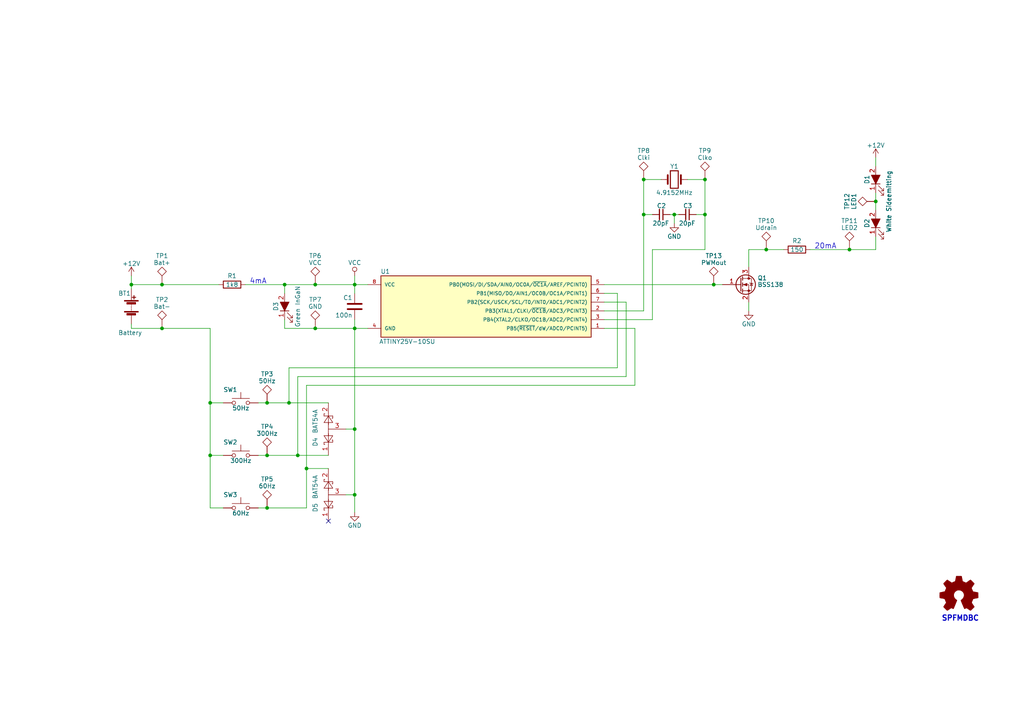
<source format=kicad_sch>
(kicad_sch (version 20231120) (generator "eeschema") (generator_version "8.0")
  (paper "A4")
  (title_block (title "Strobe-Torch") (date "2024-12-30") (rev "1.1") (company "Public Domain Project"))
  (lib_symbols
    (symbol "strobe-torch-rescue:+12V" (power) (pin_names (offset 0))
      (property "Value" "+12V" (at 0 3.556 0))
      (symbol "+12V_0_1"
        (polyline (pts (xy -0.762 1.27) (xy 0 2.54)))
        (polyline (pts (xy 0 0) (xy 0 2.54)))
        (polyline (pts (xy 0 2.54) (xy 0.762 1.27)))
      )
      (symbol "+12V_1_1"
        (pin power_in line (at 0 0 90) (length 0) hide (name "+12V") (number "1"))
      )
    )
    (symbol "strobe-torch-rescue:ATTINY25-20SU" (pin_names (offset 1.016))
      (property "Reference" "U" (at -29.21 10.16 0))
      (property "Value" "ATTINY25-20SU" (at 25.4 -10.16 0))
      (symbol "ATTINY25-20SU_0_1"
        (rectangle (start -30.48 8.89) (end 30.48 -8.89) (stroke (width 0.254)) (fill (type background)))
      )
      (symbol "ATTINY25-20SU_1_1"
        (pin bidirectional line (at -34.29 -6.35 0) (length 3.81) (name "PB5(~{RESET}/dW/ADC0/PCINT5)") (number "1"))
        (pin bidirectional line (at -34.29 -1.27 0) (length 3.81) (name "PB3(XTAL1/CLKI/~{OC1B}/ADC3/PCINT3)") (number "2"))
        (pin bidirectional line (at -34.29 -3.81 0) (length 3.81) (name "PB4(XTAL2/CLKO/OC1B/ADC2/PCINT4)") (number "3"))
        (pin power_in line (at 34.29 -6.35 180) (length 3.81) (name "GND") (number "4"))
        (pin bidirectional line (at -34.29 6.35 0) (length 3.81) (name "PB0(MOSI/DI/SDA/AIN0/OC0A/~{OC1A}/AREF/PCINT0)") (number "5"))
        (pin bidirectional line (at -34.29 3.81 0) (length 3.81) (name "PB1(MISO/DO/AIN1/OC0B/OC1A/PCINT1)") (number "6"))
        (pin bidirectional line (at -34.29 1.27 0) (length 3.81) (name "PB2(SCK/USCK/SCL/T0/INT0/ADC1/PCINT2)") (number "7"))
        (pin power_in line (at 34.29 6.35 180) (length 3.81) (name "VCC") (number "8"))
      )
    )
    (symbol "strobe-torch-rescue:BAT54A" (pin_names (offset 1.016))
      (property "Reference" "D" (at 0.635 -3.81 0))
      (property "Value" "BAT54A" (at -6.35 3.175 0))
      (symbol "BAT54A_0_1"
        (polyline (pts (xy -4.445 1.27) (xy -4.445 1.016)))
        (polyline (pts (xy -3.81 -1.27) (xy -3.81 1.27)))
        (polyline (pts (xy -3.81 -1.27) (xy -3.175 -1.27)))
        (polyline (pts (xy -3.81 0) (xy -1.27 0)))
        (polyline (pts (xy -3.81 1.27) (xy -4.445 1.27)))
        (polyline (pts (xy -3.175 -1.27) (xy -3.175 -1.016)))
        (polyline (pts (xy -1.905 0) (xy 1.905 0)))
        (polyline (pts (xy 1.27 0) (xy 3.81 0)))
        (polyline (pts (xy 3.175 -1.27) (xy 3.175 -1.016)))
        (polyline (pts (xy 3.81 -1.27) (xy 3.175 -1.27)))
        (polyline (pts (xy 3.81 -1.27) (xy 3.81 1.27)))
        (polyline (pts (xy 3.81 1.27) (xy 4.445 1.27)))
        (polyline (pts (xy 4.445 1.27) (xy 4.445 1.016)))
        (polyline (pts (xy -1.905 1.27) (xy -1.905 -1.27) (xy -3.81 0) (xy -1.905 1.27)))
        (polyline (pts (xy 1.905 1.27) (xy 1.905 -1.27) (xy 3.81 0) (xy 1.905 1.27)))
      )
      (symbol "BAT54A_1_1"
        (pin passive line (at -7.62 0 0) (length 3.81) (name "~") (number "1"))
        (pin passive line (at 7.62 0 180) (length 3.81) (name "~") (number "2"))
        (pin passive line (at 0 -5.08 90) (length 5.08) (name "~") (number "3"))
      )
    )
    (symbol "strobe-torch-rescue:BSS138" (pin_names (offset 0) hide)
      (property "Reference" "Q" (at 5.08 1.905 0))
      (property "Value" "BSS138" (at 5.08 0 0))
      (symbol "BSS138_0_1"
        (polyline (pts (xy 0.762 -1.778) (xy 2.54 -1.778)))
        (polyline (pts (xy 0.762 -1.27) (xy 0.762 -2.286)) (stroke (width 0.254)))
        (polyline (pts (xy 0.762 0) (xy 2.54 0)))
        (polyline (pts (xy 0.762 0.508) (xy 0.762 -0.508)) (stroke (width 0.254)))
        (polyline (pts (xy 0.762 1.778) (xy 2.54 1.778)))
        (polyline (pts (xy 0.762 2.286) (xy 0.762 1.27)) (stroke (width 0.254)))
        (polyline (pts (xy 2.54 -1.778) (xy 2.54 -2.54)))
        (polyline (pts (xy 2.54 -1.778) (xy 2.54 0)))
        (polyline (pts (xy 2.54 2.54) (xy 2.54 1.778)))
        (polyline (pts (xy 0.254 1.905) (xy 0.254 -1.905) (xy 0.254 -1.905)) (stroke (width 0.254)))
        (polyline (pts (xy 1.016 0) (xy 2.032 0.381) (xy 2.032 -0.381) (xy 1.016 0)) (fill (type outline)))
        (polyline (pts (xy 2.54 -1.778) (xy 3.302 -1.778) (xy 3.302 1.778) (xy 2.54 1.778)))
        (polyline (pts (xy 2.794 0.508) (xy 2.921 0.381) (xy 3.683 0.381) (xy 3.81 0.254)))
        (polyline (pts (xy 3.302 0.381) (xy 2.921 -0.254) (xy 3.683 -0.254) (xy 3.302 0.381)))
        (circle (center 1.651 0) (radius 2.8194) (stroke (width 0.254)))
        (circle (center 2.54 -1.778) (radius 0.2794) (fill (type outline)))
        (circle (center 2.54 1.778) (radius 0.2794) (fill (type outline)))
      )
      (symbol "BSS138_1_1"
        (pin input line (at -5.08 0 0) (length 5.334) (name "G") (number "1"))
        (pin passive line (at 2.54 -5.08 90) (length 2.54) (name "S") (number "2"))
        (pin passive line (at 2.54 5.08 270) (length 2.54) (name "D") (number "3"))
      )
    )
    (symbol "strobe-torch-rescue:Battery" (pin_numbers hide) (pin_names (offset 0) hide)
      (property "Reference" "BT" (at 2.54 2.54 0))
      (property "Value" "Battery" (at 2.54 0 0))
      (symbol "Battery_0_1"
        (rectangle (start -2.032 -1.397) (end 2.032 -1.651) (fill (type outline)))
        (rectangle (start -2.032 1.778) (end 2.032 1.524) (fill (type outline)))
        (rectangle (start -1.3208 -1.9812) (end 1.27 -2.4892) (fill (type outline)))
        (rectangle (start -1.3208 1.1938) (end 1.27 0.6858) (fill (type outline)))
        (polyline (pts (xy 0 -1.524) (xy 0 -1.27)))
        (polyline (pts (xy 0 -1.016) (xy 0 -0.762)))
        (polyline (pts (xy 0 -0.508) (xy 0 -0.254)))
        (polyline (pts (xy 0 0) (xy 0 0.254)))
        (polyline (pts (xy 0 0.508) (xy 0 0.762)))
        (polyline (pts (xy 0 1.778) (xy 0 2.54)))
        (polyline (pts (xy 0.254 2.667) (xy 1.27 2.667)) (stroke (width 0.254)))
        (polyline (pts (xy 0.762 3.175) (xy 0.762 2.159)) (stroke (width 0.254)))
      )
      (symbol "Battery_1_1"
        (pin passive line (at 0 5.08 270) (length 2.54) (name "+") (number "1"))
        (pin passive line (at 0 -5.08 90) (length 2.54) (name "-") (number "2"))
      )
    )
    (symbol "strobe-torch-rescue:C" (pin_numbers hide) (pin_names (offset 0.254))
      (property "Reference" "C" (at 0.635 2.54 0))
      (property "Value" "C" (at 0.635 -2.54 0))
      (symbol "C_0_1"
        (polyline (pts (xy -2.032 -0.762) (xy 2.032 -0.762)) (stroke (width 0.508)))
        (polyline (pts (xy -2.032 0.762) (xy 2.032 0.762)) (stroke (width 0.508)))
      )
      (symbol "C_1_1"
        (pin passive line (at 0 3.81 270) (length 2.794) (name "~") (number "1"))
        (pin passive line (at 0 -3.81 90) (length 2.794) (name "~") (number "2"))
      )
    )
    (symbol "strobe-torch-rescue:C_Small" (pin_numbers hide) (pin_names (offset 0.254) hide)
      (property "Reference" "C" (at 0.254 1.778 0))
      (property "Value" "C_Small" (at 0.254 -2.032 0))
      (symbol "C_Small_0_1"
        (polyline (pts (xy -1.524 -0.508) (xy 1.524 -0.508)) (stroke (width 0.3302)))
        (polyline (pts (xy -1.524 0.508) (xy 1.524 0.508)) (stroke (width 0.3048)))
      )
      (symbol "C_Small_1_1"
        (pin passive line (at 0 2.54 270) (length 2.032) (name "~") (number "1"))
        (pin passive line (at 0 -2.54 90) (length 2.032) (name "~") (number "2"))
      )
    )
    (symbol "strobe-torch-rescue:Crystal" (pin_numbers hide) (pin_names (offset 1.016) hide)
      (property "Reference" "Y" (at 0 3.81 0))
      (property "Value" "Crystal" (at 0 -3.81 0))
      (symbol "Crystal_0_1"
        (rectangle (start -1.143 2.54) (end 1.143 -2.54) (stroke (width 0.3048)))
        (polyline (pts (xy -2.54 0) (xy -1.905 0)))
        (polyline (pts (xy -1.905 -1.27) (xy -1.905 1.27)) (stroke (width 0.508)))
        (polyline (pts (xy 1.905 -1.27) (xy 1.905 1.27)) (stroke (width 0.508)))
        (polyline (pts (xy 2.54 0) (xy 1.905 0)))
      )
      (symbol "Crystal_1_1"
        (pin passive line (at -3.81 0 0) (length 1.27) (name "1") (number "1"))
        (pin passive line (at 3.81 0 180) (length 1.27) (name "2") (number "2"))
      )
    )
    (symbol "strobe-torch-rescue:GND" (power) (pin_names (offset 0))
      (property "Value" "GND" (at 0 -3.81 0))
      (symbol "GND_0_1"
        (polyline (pts (xy 0 0) (xy 0 -1.27) (xy 1.27 -1.27) (xy 0 -2.54) (xy -1.27 -1.27) (xy 0 -1.27)))
      )
      (symbol "GND_1_1"
        (pin power_in line (at 0 0 270) (length 0) hide (name "GND") (number "1"))
      )
    )
    (symbol "strobe-torch-rescue:LED_ALT" (pin_names (offset 1.016) hide)
      (property "Reference" "D" (at 0 2.54 0))
      (property "Value" "LED_ALT" (at 0 -2.54 0))
      (symbol "LED_ALT_0_1"
        (polyline (pts (xy -1.27 -1.27) (xy -1.27 1.27)) (stroke (width 0.2032)))
        (polyline (pts (xy -1.27 0) (xy 1.27 0)))
        (polyline (pts (xy 1.27 -1.27) (xy 1.27 1.27) (xy -1.27 0) (xy 1.27 -1.27)) (stroke (width 0.2032)) (fill (type outline)))
        (polyline (pts (xy -3.048 -0.762) (xy -4.572 -2.286) (xy -3.81 -2.286) (xy -4.572 -2.286) (xy -4.572 -1.524)))
        (polyline (pts (xy -1.778 -0.762) (xy -3.302 -2.286) (xy -2.54 -2.286) (xy -3.302 -2.286) (xy -3.302 -1.524)))
      )
      (symbol "LED_ALT_1_1"
        (pin passive line (at -3.81 0 0) (length 2.54) (name "K") (number "1"))
        (pin passive line (at 3.81 0 180) (length 2.54) (name "A") (number "2"))
      )
    )
    (symbol "strobe-torch-rescue:Logo_Open_Hardware_Small" (pin_names (offset 1.016))
      (symbol "Logo_Open_Hardware_Small_0_1"
        (polyline (pts (xy 3.3528 -4.3434) (xy 3.302 -4.318) (xy 3.175 -4.2418) (xy 2.9972 -4.1148) (xy 2.7686 -3.9624) (xy 2.54 -3.81) (xy 2.3622 -3.7084) (xy 2.2352 -3.6068) (xy 2.1844 -3.5814) (xy 2.159 -3.6068) (xy 2.0574 -3.6576) (xy 1.905 -3.7338) (xy 1.8034 -3.7846) (xy 1.6764 -3.8354) (xy 1.6002 -3.8354) (xy 1.6002 -3.8354) (xy 1.5494 -3.7338) (xy 1.4732 -3.5306) (xy 1.3462 -3.302) (xy 1.2446 -3.0226) (xy 1.1176 -2.7178) (xy 0.9652 -2.413) (xy 0.8636 -2.1082) (xy 0.7366 -1.8288) (xy 0.6604 -1.6256) (xy 0.6096 -1.4732) (xy 0.5842 -1.397) (xy 0.5842 -1.397) (xy 0.6604 -1.3208) (xy 0.7874 -1.2446) (xy 1.0414 -1.016) (xy 1.2954 -0.6858) (xy 1.4478 -0.3302) (xy 1.524 0.0762) (xy 1.4732 0.4572) (xy 1.3208 0.8128) (xy 1.0668 1.143) (xy 0.762 1.3716) (xy 0.4064 1.524) (xy 0 1.5748) (xy -0.381 1.5494) (xy -0.7366 1.397) (xy -1.0668 1.143) (xy -1.2192 0.9906) (xy -1.397 0.6604) (xy -1.524 0.3048) (xy -1.524 0.2286) (xy -1.4986 -0.1778) (xy -1.397 -0.5334) (xy -1.1938 -0.8636) (xy -0.9144 -1.143) (xy -0.8636 -1.1684) (xy -0.7366 -1.27) (xy -0.635 -1.3462) (xy -0.5842 -1.397) (xy -1.0668 -2.5908) (xy -1.143 -2.794) (xy -1.2954 -3.1242) (xy -1.397 -3.4036) (xy -1.4986 -3.6322) (xy -1.5748 -3.7846) (xy -1.6002 -3.8354) (xy -1.6002 -3.8354) (xy -1.651 -3.8354) (xy -1.7272 -3.81) (xy -1.905 -3.7338) (xy -2.0066 -3.683) (xy -2.1336 -3.6068) (xy -2.2098 -3.5814) (xy -2.2606 -3.6068) (xy -2.3622 -3.683) (xy -2.54 -3.81) (xy -2.7686 -3.9624) (xy -2.9718 -4.0894) (xy -3.1496 -4.2164) (xy -3.302 -4.318) (xy -3.3528 -4.3434) (xy -3.3782 -4.3434) (xy -3.429 -4.318) (xy -3.5306 -4.2164) (xy -3.7084 -4.064) (xy -3.937 -3.8354) (xy -3.9624 -3.81) (xy -4.1656 -3.6068) (xy -4.318 -3.4544) (xy -4.4196 -3.3274) (xy -4.445 -3.2766) (xy -4.445 -3.2766) (xy -4.4196 -3.2258) (xy -4.318 -3.0734) (xy -4.2164 -2.8956) (xy -4.064 -2.667) (xy -3.6576 -2.0828) (xy -3.8862 -1.5494) (xy -3.937 -1.3716) (xy -4.0386 -1.1684) (xy -4.0894 -1.0414) (xy -4.1148 -0.9652) (xy -4.191 -0.9398) (xy -4.318 -0.9144) (xy -4.5466 -0.8636) (xy -4.8006 -0.8128) (xy -5.0546 -0.7874) (xy -5.2578 -0.7366) (xy -5.4356 -0.7112) (xy -5.5118 -0.6858) (xy -5.5118 -0.6858) (xy -5.5372 -0.635) (xy -5.5372 -0.5588) (xy -5.5372 -0.4318) (xy -5.5626 -0.2286) (xy -5.5626 0.0762) (xy -5.5626 0.127) (xy -5.5372 0.4064) (xy -5.5372 0.635) (xy -5.5372 0.762) (xy -5.5372 0.8382) (xy -5.5372 0.8382) (xy -5.461 0.8382) (xy -5.3086 0.889) (xy -5.08 0.9144) (xy -4.826 0.9652) (xy -4.8006 0.9906) (xy -4.5466 1.0414) (xy -4.318 1.0668) (xy -4.1656 1.1176) (xy -4.0894 1.143) (xy -4.0894 1.143) (xy -4.0386 1.2446) (xy -3.9624 1.4224) (xy -3.8608 1.6256) (xy -3.7846 1.8288) (xy -3.7084 2.0066) (xy -3.6576 2.159) (xy -3.6322 2.2098) (xy -3.6322 2.2098) (xy -3.683 2.286) (xy -3.7592 2.413) (xy -3.8862 2.5908) (xy -4.064 2.8194) (xy -4.064 2.8448) (xy -4.2164 3.0734) (xy -4.3434 3.2512) (xy -4.4196 3.3782) (xy -4.445 3.4544) (xy -4.445 3.4544) (xy -4.3942 3.5052) (xy -4.2926 3.6322) (xy -4.1148 3.81) (xy -3.937 4.0132) (xy -3.8608 4.064) (xy -3.6576 4.2926) (xy -3.5052 4.4196) (xy -3.4036 4.4958) (xy -3.3528 4.5212) (xy -3.3528 4.5212) (xy -3.302 4.4704) (xy -3.1496 4.3688) (xy -2.9718 4.2418) (xy -2.7432 4.0894) (xy -2.7178 4.0894) (xy -2.4892 3.937) (xy -2.3114 3.81) (xy -2.1844 3.7084) (xy -2.1336 3.683) (xy -2.1082 3.683) (xy -2.032 3.7084) (xy -1.8542 3.7592) (xy -1.6764 3.8354) (xy -1.4732 3.937) (xy -1.27 4.0132) (xy -1.143 4.064) (xy -1.0668 4.1148) (xy -1.0668 4.1148) (xy -1.0414 4.191) (xy -1.016 4.3434) (xy -0.9652 4.572) (xy -0.9144 4.8514) (xy -0.889 4.9022) (xy -0.8382 5.1562) (xy -0.8128 5.3848) (xy -0.7874 5.5372) (xy -0.762 5.588) (xy -0.7112 5.6134) (xy -0.5842 5.6134) (xy -0.4064 5.6134) (xy -0.1524 5.6134) (xy 0.0762 5.6134) (xy 0.3302 5.6134) (xy 0.5334 5.6134) (xy 0.6858 5.588) (xy 0.7366 5.588) (xy 0.7366 5.588) (xy 0.762 5.5118) (xy 0.8128 5.334) (xy 0.8382 5.1054) (xy 0.9144 4.826) (xy 0.9144 4.7752) (xy 0.9652 4.5212) (xy 1.016 4.2926) (xy 1.0414 4.1402) (xy 1.0668 4.0894) (xy 1.0668 4.0894) (xy 1.1938 4.0386) (xy 1.3716 3.9624) (xy 1.5748 3.8608) (xy 2.0828 3.6576) (xy 2.7178 4.0894) (xy 2.7686 4.1402) (xy 2.9972 4.2926) (xy 3.175 4.4196) (xy 3.302 4.4958) (xy 3.3782 4.5212) (xy 3.3782 4.5212) (xy 3.429 4.4704) (xy 3.556 4.3434) (xy 3.7338 4.191) (xy 3.9116 3.9878) (xy 4.064 3.8354) (xy 4.2418 3.6576) (xy 4.3434 3.556) (xy 4.4196 3.4798) (xy 4.4196 3.429) (xy 4.4196 3.4036) (xy 4.3942 3.3274) (xy 4.2926 3.2004) (xy 4.1656 2.9972) (xy 4.0132 2.794) (xy 3.8862 2.5908) (xy 3.7592 2.3876) (xy 3.6576 2.2352) (xy 3.6322 2.159) (xy 3.6322 2.1336) (xy 3.683 2.0066) (xy 3.7592 1.8288) (xy 3.8608 1.6002) (xy 4.064 1.1176) (xy 4.3942 1.0414) (xy 4.5974 1.016) (xy 4.8768 0.9652) (xy 5.1308 0.9144) (xy 5.5372 0.8382) (xy 5.5626 -0.6604) (xy 5.4864 -0.6858) (xy 5.4356 -0.6858) (xy 5.2832 -0.7366) (xy 5.0546 -0.762) (xy 4.8006 -0.8128) (xy 4.5974 -0.8636) (xy 4.3688 -0.9144) (xy 4.2164 -0.9398) (xy 4.1402 -0.9398) (xy 4.1148 -0.9652) (xy 4.064 -1.0668) (xy 3.9878 -1.2446) (xy 3.9116 -1.4478) (xy 3.81 -1.651) (xy 3.7338 -1.8542) (xy 3.683 -2.0066) (xy 3.6576 -2.0828) (xy 3.683 -2.1336) (xy 3.7846 -2.2606) (xy 3.8862 -2.4638) (xy 4.0386 -2.667) (xy 4.191 -2.8956) (xy 4.318 -3.0734) (xy 4.3942 -3.2004) (xy 4.445 -3.2766) (xy 4.4196 -3.3274) (xy 4.3434 -3.429) (xy 4.1656 -3.5814) (xy 3.937 -3.8354) (xy 3.8862 -3.8608) (xy 3.683 -4.064) (xy 3.5306 -4.2164) (xy 3.4036 -4.318) (xy 3.3528 -4.3434)) (fill (type outline)))
      )
    )
    (symbol "strobe-torch-rescue:R" (pin_numbers hide) (pin_names (offset 0))
      (property "Reference" "R" (at 2.032 0 90))
      (property "Value" "R" (at 0 0 90))
      (symbol "R_0_1"
        (rectangle (start -1.016 -2.54) (end 1.016 2.54) (stroke (width 0.254)))
      )
      (symbol "R_1_1"
        (pin passive line (at 0 3.81 270) (length 1.27) (name "~") (number "1"))
        (pin passive line (at 0 -3.81 90) (length 1.27) (name "~") (number "2"))
      )
    )
    (symbol "strobe-torch-rescue:SW_Push" (pin_numbers hide) (pin_names (offset 1.016) hide)
      (property "Reference" "SW" (at 1.27 2.54 0))
      (property "Value" "SW_Push" (at 0 -1.524 0))
      (symbol "SW_Push_0_1"
        (circle (center -2.032 0) (radius 0.508))
        (polyline (pts (xy 0 1.27) (xy 0 3.048)))
        (polyline (pts (xy 2.54 1.27) (xy -2.54 1.27)))
        (circle (center 2.032 0) (radius 0.508))
        (pin passive line (at -5.08 0 0) (length 2.54) (name "1") (number "1"))
        (pin passive line (at 5.08 0 180) (length 2.54) (name "2") (number "2"))
      )
    )
    (symbol "strobe-torch-rescue:TEST" (pin_numbers hide) (pin_names (offset 1.016) hide)
      (property "Reference" "TP" (at 0 7.62 0))
      (property "Value" "TEST" (at 0 6.35 0))
      (symbol "TEST_0_1"
        (polyline (pts (xy 0 5.08) (xy -1.27 3.81) (xy 0 2.54) (xy 1.27 3.81) (xy 0 5.08) (xy 0 5.08)))
      )
      (symbol "TEST_1_1"
        (pin passive line (at 0 0 90) (length 2.54) (name "~") (number "1"))
      )
    )
    (symbol "strobe-torch-rescue:VCC" (power) (pin_names (offset 0))
      (property "Value" "VCC" (at 0 3.81 0))
      (symbol "VCC_0_1"
        (polyline (pts (xy 0 0) (xy 0 1.27)))
        (circle (center 0 1.905) (radius 0.635))
      )
      (symbol "VCC_1_1"
        (pin power_in line (at 0 0 90) (length 0) hide (name "VCC") (number "1"))
      )
    )
  )
  (junction (at 38.1 82.55))
  (junction (at 86.36 132.08))
  (junction (at 186.69 52.07))
  (junction (at 83.82 116.84))
  (junction (at 77.47 116.84))
  (junction (at 46.99 82.55))
  (junction (at 60.96 132.08))
  (junction (at 246.38 72.39))
  (junction (at 207.01 82.55))
  (junction (at 102.87 124.46))
  (junction (at 222.25 72.39))
  (junction (at 77.47 147.32))
  (junction (at 195.58 62.23))
  (junction (at 60.96 116.84))
  (junction (at 91.44 82.55))
  (junction (at 91.44 95.25))
  (junction (at 82.55 82.55))
  (junction (at 46.99 95.25))
  (junction (at 186.69 62.23))
  (junction (at 102.87 95.25))
  (junction (at 77.47 132.08))
  (junction (at 254 58.42))
  (junction (at 102.87 82.55))
  (junction (at 88.9 135.89))
  (junction (at 204.47 62.23))
  (junction (at 204.47 52.07))
  (junction (at 102.87 143.51))
  (no_connect (at 95.25 151.13))
  (wire (pts (xy 38.1 80.01) (xy 38.1 82.55)))
  (wire (pts (xy 189.23 92.71) (xy 189.23 72.39)))
  (wire (pts (xy 184.15 95.25) (xy 175.26 95.25)))
  (wire (pts (xy 64.77 132.08) (xy 60.96 132.08)))
  (wire (pts (xy 246.38 72.39) (xy 254 72.39)))
  (wire (pts (xy 195.58 64.77) (xy 195.58 62.23)))
  (wire (pts (xy 86.36 109.22) (xy 181.61 109.22)))
  (wire (pts (xy 184.15 111.76) (xy 184.15 95.25)))
  (wire (pts (xy 77.47 147.32) (xy 74.93 147.32)))
  (wire (pts (xy 86.36 109.22) (xy 86.36 132.08)))
  (wire (pts (xy 91.44 82.55) (xy 102.87 82.55)))
  (wire (pts (xy 181.61 109.22) (xy 181.61 87.63)))
  (wire (pts (xy 194.31 62.23) (xy 195.58 62.23)))
  (wire (pts (xy 254 55.88) (xy 254 58.42)))
  (wire (pts (xy 88.9 111.76) (xy 88.9 135.89)))
  (wire (pts (xy 88.9 147.32) (xy 77.47 147.32)))
  (wire (pts (xy 38.1 93.98) (xy 38.1 95.25)))
  (wire (pts (xy 83.82 106.68) (xy 83.82 116.84)))
  (wire (pts (xy 195.58 62.23) (xy 196.85 62.23)))
  (wire (pts (xy 38.1 82.55) (xy 38.1 83.82)))
  (wire (pts (xy 60.96 95.25) (xy 60.96 116.84)))
  (wire (pts (xy 74.93 116.84) (xy 77.47 116.84)))
  (wire (pts (xy 199.39 52.07) (xy 204.47 52.07)))
  (wire (pts (xy 60.96 147.32) (xy 64.77 147.32)))
  (wire (pts (xy 60.96 132.08) (xy 60.96 147.32)))
  (wire (pts (xy 179.07 106.68) (xy 83.82 106.68)))
  (wire (pts (xy 83.82 116.84) (xy 95.25 116.84)))
  (wire (pts (xy 64.77 116.84) (xy 60.96 116.84)))
  (wire (pts (xy 88.9 135.89) (xy 88.9 147.32)))
  (wire (pts (xy 102.87 124.46) (xy 102.87 143.51)))
  (wire (pts (xy 77.47 116.84) (xy 83.82 116.84)))
  (wire (pts (xy 102.87 80.01) (xy 102.87 82.55)))
  (wire (pts (xy 102.87 82.55) (xy 106.68 82.55)))
  (wire (pts (xy 186.69 90.17) (xy 175.26 90.17)))
  (wire (pts (xy 186.69 62.23) (xy 186.69 90.17)))
  (wire (pts (xy 46.99 82.55) (xy 63.5 82.55)))
  (wire (pts (xy 254 58.42) (xy 254 60.96)))
  (wire (pts (xy 95.25 135.89) (xy 88.9 135.89)))
  (wire (pts (xy 60.96 116.84) (xy 60.96 132.08)))
  (wire (pts (xy 254 45.72) (xy 254 48.26)))
  (wire (pts (xy 91.44 95.25) (xy 102.87 95.25)))
  (wire (pts (xy 186.69 62.23) (xy 189.23 62.23)))
  (wire (pts (xy 191.77 52.07) (xy 186.69 52.07)))
  (wire (pts (xy 86.36 132.08) (xy 95.25 132.08)))
  (wire (pts (xy 254 72.39) (xy 254 68.58)))
  (wire (pts (xy 204.47 62.23) (xy 201.93 62.23)))
  (wire (pts (xy 175.26 85.09) (xy 179.07 85.09)))
  (wire (pts (xy 207.01 82.55) (xy 209.55 82.55)))
  (wire (pts (xy 102.87 82.55) (xy 102.87 85.09)))
  (wire (pts (xy 222.25 72.39) (xy 227.33 72.39)))
  (wire (pts (xy 102.87 95.25) (xy 106.68 95.25)))
  (wire (pts (xy 38.1 95.25) (xy 46.99 95.25)))
  (wire (pts (xy 38.1 82.55) (xy 46.99 82.55)))
  (wire (pts (xy 82.55 82.55) (xy 82.55 85.09)))
  (wire (pts (xy 189.23 92.71) (xy 175.26 92.71)))
  (wire (pts (xy 179.07 85.09) (xy 179.07 106.68)))
  (wire (pts (xy 204.47 72.39) (xy 204.47 62.23)))
  (wire (pts (xy 100.33 124.46) (xy 102.87 124.46)))
  (wire (pts (xy 189.23 72.39) (xy 204.47 72.39)))
  (wire (pts (xy 217.17 77.47) (xy 217.17 72.39)))
  (wire (pts (xy 181.61 87.63) (xy 175.26 87.63)))
  (wire (pts (xy 74.93 132.08) (xy 77.47 132.08)))
  (wire (pts (xy 100.33 143.51) (xy 102.87 143.51)))
  (wire (pts (xy 217.17 72.39) (xy 222.25 72.39)))
  (wire (pts (xy 186.69 52.07) (xy 186.69 62.23)))
  (wire (pts (xy 46.99 95.25) (xy 60.96 95.25)))
  (wire (pts (xy 175.26 82.55) (xy 207.01 82.55)))
  (wire (pts (xy 82.55 92.71) (xy 82.55 95.25)))
  (wire (pts (xy 71.12 82.55) (xy 82.55 82.55)))
  (wire (pts (xy 217.17 90.17) (xy 217.17 87.63)))
  (wire (pts (xy 88.9 111.76) (xy 184.15 111.76)))
  (wire (pts (xy 234.95 72.39) (xy 246.38 72.39)))
  (wire (pts (xy 82.55 95.25) (xy 91.44 95.25)))
  (wire (pts (xy 77.47 132.08) (xy 86.36 132.08)))
  (wire (pts (xy 102.87 143.51) (xy 102.87 148.59)))
  (wire (pts (xy 204.47 62.23) (xy 204.47 52.07)))
  (wire (pts (xy 102.87 95.25) (xy 102.87 124.46)))
  (wire (pts (xy 102.87 92.71) (xy 102.87 95.25)))
  (wire (pts (xy 82.55 82.55) (xy 91.44 82.55)))
  (text "4mA" (at 72.39 82.55 0) (effects (font (size 1.524 1.524)) (justify left bottom)))
  (text "20mA" (at 236.22 72.39 0) (effects (font (size 1.524 1.524)) (justify left bottom)))
  (text "SPFMDBC" (at 273.05 180.34 0) (effects (font (size 1.524 1.524) (thickness 0.3048) (bold yes)) (justify left bottom)))
  (symbol (lib_name "strobe-torch-rescue:C") (lib_id "strobe-torch-rescue:C") (at 102.87 88.9 0) (mirror y) (unit 1)
    (property "Reference" "C1" (at 102.235 86.36 0) (effects (justify left)))
    (property "Value" "100n" (at 102.235 91.44 0) (effects (justify left)))
    (property "Footprint" "Capacitors_SMD:C_0805" (effects (hide yes)))
  )
  (symbol (lib_name "strobe-torch-rescue:VCC") (lib_id "strobe-torch-rescue:VCC") (at 102.87 80.01 0) (mirror y) (unit 1)
    (property "Reference" "#PWR01" (effects (hide yes)))
    (property "Value" "VCC" (at 102.87 76.2 0))
  )
  (symbol (lib_name "strobe-torch-rescue:GND") (lib_id "strobe-torch-rescue:GND") (at 102.87 148.59 0) (unit 1)
    (property "Reference" "#PWR02" (effects (hide yes)))
    (property "Value" "GND" (at 102.87 152.4 0))
  )
  (symbol (lib_name "strobe-torch-rescue:ATTINY25-20SU") (lib_id "strobe-torch-rescue:ATTINY25-20SU") (at 140.97 88.9 0) (mirror y) (unit 1)
    (property "Reference" "U1" (at 111.76 78.74 0))
    (property "Value" "ATTINY25V-10SU" (at 118.11 99.06 0))
    (property "Footprint" "Housings_SOIC:SO-8_5.3x6.2mm_Pitch1.27mm" (effects (hide yes)))
    (property "Manufacturer" "Microchip" (effects (hide yes)))
  )
  (symbol (lib_name "strobe-torch-rescue:Battery") (lib_id "strobe-torch-rescue:Battery") (at 38.1 88.9 0) (unit 1)
    (property "Reference" "BT1" (at 34.29 85.09 0) (effects (justify left)))
    (property "Value" "Battery" (at 34.29 96.52 0) (effects (justify left)))
    (property "Footprint" "Battery_Holder:Teko_1112x_battery_compartment" (effects (hide yes)))
  )
  (symbol (lib_name "strobe-torch-rescue:Crystal") (lib_id "strobe-torch-rescue:Crystal") (at 195.58 52.07 0) (unit 1)
    (property "Reference" "Y1" (at 195.58 48.26 0))
    (property "Value" "4.9152MHz" (at 195.58 55.88 0))
    (property "Footprint" "Crystals:Crystal_SMD_HC49-SD" (effects (hide yes)))
  )
  (symbol (lib_name "strobe-torch-rescue:LED_ALT") (lib_id "strobe-torch-rescue:LED_ALT") (at 254 52.07 90) (unit 1)
    (property "Reference" "D1" (at 251.46 52.07 0))
    (property "Value" "White Sideemitting" (at 257.81 58.42 0))
    (property "Footprint" "LEDs_Side_Emitting:LED_215" (effects (hide yes)))
    (property "Manufacturer" "Xiasongxin" (effects (hide yes)))
    (property "Partnummer" "215 White SMD LED 2.8*1,2*0,8mm" (effects (hide yes)))
  )
  (symbol (lib_name "strobe-torch-rescue:LED_ALT") (lib_id "strobe-torch-rescue:LED_ALT") (at 82.55 88.9 90) (unit 1)
    (property "Reference" "D3" (at 80.01 88.9 0))
    (property "Value" "Green InGaN" (at 86.36 88.9 0))
    (property "Footprint" "LEDs:LED_0603" (effects (hide yes)))
    (property "Manufacturer" "Everlight" (effects (hide yes)))
    (property "Partnummer" "19-213/GHC-XS1T1N/3T" (effects (hide yes)))
  )
  (symbol (lib_name "strobe-torch-rescue:+12V") (lib_id "strobe-torch-rescue:+12V") (at 38.1 80.01 0) (unit 1)
    (property "Reference" "#PWR03" (effects (hide yes)))
    (property "Value" "+12V" (at 38.1 76.454 0))
  )
  (symbol (lib_name "strobe-torch-rescue:Logo_Open_Hardware_Small") (lib_id "strobe-torch-rescue:Logo_Open_Hardware_Small") (at 278.13 172.72 0) (unit 1)
    (property "Reference" "#LOGO1" (effects (hide yes)))
    (property "Value" "Logo_Open_Hardware_Small" (effects (hide yes)))
  )
  (symbol (lib_name "strobe-torch-rescue:SW_Push") (lib_id "strobe-torch-rescue:SW_Push") (at 69.85 116.84 0) (unit 1)
    (property "Reference" "SW1" (at 64.77 113.03 0) (effects (justify left)))
    (property "Value" "50Hz" (at 69.85 118.364 0))
    (property "Footprint" "Button:SW_SPST_FSM6JSMA" (effects (hide yes)))
  )
  (symbol (lib_name "strobe-torch-rescue:SW_Push") (lib_id "strobe-torch-rescue:SW_Push") (at 69.85 132.08 0) (unit 1)
    (property "Reference" "SW2" (at 64.77 128.27 0) (effects (justify left)))
    (property "Value" "300Hz" (at 69.85 133.604 0))
    (property "Footprint" "Button:SW_SPST_FSM6JSMA" (effects (hide yes)))
  )
  (symbol (lib_name "strobe-torch-rescue:SW_Push") (lib_id "strobe-torch-rescue:SW_Push") (at 69.85 147.32 0) (unit 1)
    (property "Reference" "SW3" (at 64.77 143.51 0) (effects (justify left)))
    (property "Value" "60Hz" (at 69.85 148.844 0))
    (property "Footprint" "Button:SW_SPST_FSM6JSMA" (effects (hide yes)))
  )
  (symbol (lib_name "strobe-torch-rescue:R") (lib_id "strobe-torch-rescue:R") (at 67.31 82.55 270) (unit 1)
    (property "Reference" "R1" (at 67.31 80.01 90))
    (property "Value" "1k8" (at 67.31 82.55 90))
    (property "Footprint" "Resistors_SMD:R_0603" (effects (hide yes)))
  )
  (symbol (lib_name "strobe-torch-rescue:C_Small") (lib_id "strobe-torch-rescue:C_Small") (at 199.39 62.23 270) (unit 1)
    (property "Reference" "C3" (at 198.12 59.69 90) (effects (justify left)))
    (property "Value" "20pF" (at 196.85 64.77 90) (effects (justify left)))
    (property "Footprint" "Capacitors_SMD:C_0603" (effects (hide yes)))
  )
  (symbol (lib_name "strobe-torch-rescue:C_Small") (lib_id "strobe-torch-rescue:C_Small") (at 191.77 62.23 270) (unit 1)
    (property "Reference" "C2" (at 190.5 59.69 90) (effects (justify left)))
    (property "Value" "20pF" (at 189.23 64.77 90) (effects (justify left)))
    (property "Footprint" "Capacitors_SMD:C_0603" (effects (hide yes)))
  )
  (symbol (lib_name "strobe-torch-rescue:R") (lib_id "strobe-torch-rescue:R") (at 231.14 72.39 270) (unit 1)
    (property "Reference" "R2" (at 231.14 69.85 90))
    (property "Value" "150" (at 231.14 72.39 90))
    (property "Footprint" "Resistors_SMD:R_0603" (effects (hide yes)))
  )
  (symbol (lib_name "strobe-torch-rescue:TEST") (lib_id "strobe-torch-rescue:TEST") (at 46.99 82.55 0) (unit 1)
    (property "Reference" "TP1" (at 46.99 74.93 0) (effects (justify bottom)))
    (property "Value" "Bat+" (at 46.99 76.2 0))
    (property "Footprint" "Measurement_Points:Measurement_Point_Round-SMD-Pad_Small" (effects (hide yes)))
  )
  (symbol (lib_name "strobe-torch-rescue:TEST") (lib_id "strobe-torch-rescue:TEST") (at 46.99 95.25 0) (unit 1)
    (property "Reference" "TP2" (at 46.99 87.63 0) (effects (justify bottom)))
    (property "Value" "Bat-" (at 46.99 88.9 0))
    (property "Footprint" "Measurement_Points:Measurement_Point_Round-SMD-Pad_Small" (effects (hide yes)))
  )
  (symbol (lib_name "strobe-torch-rescue:TEST") (lib_id "strobe-torch-rescue:TEST") (at 91.44 82.55 0) (unit 1)
    (property "Reference" "TP6" (at 91.44 74.93 0) (effects (justify bottom)))
    (property "Value" "VCC" (at 91.44 76.2 0))
    (property "Footprint" "Measurement_Points:Measurement_Point_Round-SMD-Pad_Small" (effects (hide yes)))
  )
  (symbol (lib_name "strobe-torch-rescue:TEST") (lib_id "strobe-torch-rescue:TEST") (at 91.44 95.25 0) (unit 1)
    (property "Reference" "TP7" (at 91.44 87.63 0) (effects (justify bottom)))
    (property "Value" "GND" (at 91.44 88.9 0))
    (property "Footprint" "Measurement_Points:Measurement_Point_Round-SMD-Pad_Small" (effects (hide yes)))
  )
  (symbol (lib_name "strobe-torch-rescue:TEST") (lib_id "strobe-torch-rescue:TEST") (at 77.47 116.84 0) (unit 1)
    (property "Reference" "TP3" (at 77.47 109.22 0) (effects (justify bottom)))
    (property "Value" "50Hz" (at 77.47 110.49 0))
    (property "Footprint" "Measurement_Points:Measurement_Point_Round-SMD-Pad_Small" (effects (hide yes)))
  )
  (symbol (lib_name "strobe-torch-rescue:TEST") (lib_id "strobe-torch-rescue:TEST") (at 77.47 132.08 0) (unit 1)
    (property "Reference" "TP4" (at 77.47 124.46 0) (effects (justify bottom)))
    (property "Value" "300Hz" (at 77.47 125.73 0))
    (property "Footprint" "Measurement_Points:Measurement_Point_Round-SMD-Pad_Small" (effects (hide yes)))
  )
  (symbol (lib_name "strobe-torch-rescue:TEST") (lib_id "strobe-torch-rescue:TEST") (at 77.47 147.32 0) (unit 1)
    (property "Reference" "TP5" (at 77.47 139.7 0) (effects (justify bottom)))
    (property "Value" "60Hz" (at 77.47 140.97 0))
    (property "Footprint" "Measurement_Points:Measurement_Point_Round-SMD-Pad_Small" (effects (hide yes)))
  )
  (symbol (lib_name "strobe-torch-rescue:TEST") (lib_id "strobe-torch-rescue:TEST") (at 186.69 52.07 0) (unit 1)
    (property "Reference" "TP8" (at 186.69 44.45 0) (effects (justify bottom)))
    (property "Value" "Clki" (at 186.69 45.72 0))
    (property "Footprint" "Measurement_Points:Measurement_Point_Round-SMD-Pad_Small" (effects (hide yes)))
  )
  (symbol (lib_name "strobe-torch-rescue:TEST") (lib_id "strobe-torch-rescue:TEST") (at 254 58.42 90) (unit 1)
    (property "Reference" "TP12" (at 246.38 58.42 0) (effects (justify bottom)))
    (property "Value" "LED1" (at 247.65 58.42 0))
    (property "Footprint" "Measurement_Points:Measurement_Point_Round-SMD-Pad_Small" (effects (hide yes)))
  )
  (symbol (lib_name "strobe-torch-rescue:TEST") (lib_id "strobe-torch-rescue:TEST") (at 246.38 72.39 0) (unit 1)
    (property "Reference" "TP11" (at 246.38 64.77 0) (effects (justify bottom)))
    (property "Value" "LED2" (at 246.38 66.04 0))
    (property "Footprint" "Measurement_Points:Measurement_Point_Round-SMD-Pad_Small" (effects (hide yes)))
  )
  (symbol (lib_name "strobe-torch-rescue:+12V") (lib_id "strobe-torch-rescue:+12V") (at 254 45.72 0) (unit 1)
    (property "Reference" "#PWR04" (effects (hide yes)))
    (property "Value" "+12V" (at 254 42.164 0))
  )
  (symbol (lib_name "strobe-torch-rescue:GND") (lib_id "strobe-torch-rescue:GND") (at 195.58 64.77 0) (unit 1)
    (property "Reference" "#PWR05" (effects (hide yes)))
    (property "Value" "GND" (at 195.58 68.58 0))
  )
  (symbol (lib_name "strobe-torch-rescue:TEST") (lib_id "strobe-torch-rescue:TEST") (at 204.47 52.07 0) (unit 1)
    (property "Reference" "TP9" (at 204.47 44.45 0) (effects (justify bottom)))
    (property "Value" "Clko" (at 204.47 45.72 0))
    (property "Footprint" "Measurement_Points:Measurement_Point_Round-SMD-Pad_Small" (effects (hide yes)))
  )
  (symbol (lib_name "strobe-torch-rescue:TEST") (lib_id "strobe-torch-rescue:TEST") (at 222.25 72.39 0) (unit 1)
    (property "Reference" "TP10" (at 222.25 64.77 0) (effects (justify bottom)))
    (property "Value" "Udrain" (at 222.25 66.04 0))
    (property "Footprint" "Measurement_Points:Measurement_Point_Round-SMD-Pad_Small" (effects (hide yes)))
  )
  (symbol (lib_name "strobe-torch-rescue:LED_ALT") (lib_id "strobe-torch-rescue:LED_ALT") (at 254 64.77 90) (unit 1)
    (property "Reference" "D2" (at 251.46 64.77 0))
    (property "Value" "White Sideemitting" (at 257.81 58.42 0))
    (property "Footprint" "LEDs_Side_Emitting:LED_215" (effects (hide yes)))
    (property "Manufacturer" "Xiasongxin" (effects (hide yes)))
    (property "Partnummer" "215 White SMD LED 2.8*1,2*0,8mm" (effects (hide yes)))
  )
  (symbol (lib_name "strobe-torch-rescue:BAT54A") (lib_id "strobe-torch-rescue:BAT54A") (at 95.25 143.51 90) (unit 1)
    (property "Reference" "D5" (at 91.44 148.59 0) (effects (justify left)))
    (property "Value" "BAT54A" (at 91.44 144.78 0) (effects (justify left)))
    (property "Footprint" "TO_SOT_Packages_SMD:SOT-23" (effects (hide yes)))
  )
  (symbol (lib_name "strobe-torch-rescue:BAT54A") (lib_id "strobe-torch-rescue:BAT54A") (at 95.25 124.46 90) (unit 1)
    (property "Reference" "D4" (at 91.44 129.54 0) (effects (justify left)))
    (property "Value" "BAT54A" (at 91.44 125.73 0) (effects (justify left)))
    (property "Footprint" "TO_SOT_Packages_SMD:SOT-23" (effects (hide yes)))
  )
  (symbol (lib_name "strobe-torch-rescue:TEST") (lib_id "strobe-torch-rescue:TEST") (at 207.01 82.55 0) (unit 1)
    (property "Reference" "TP13" (at 207.01 74.93 0) (effects (justify bottom)))
    (property "Value" "PWMout" (at 207.01 76.2 0))
    (property "Footprint" "Measurement_Points:Measurement_Point_Round-SMD-Pad_Small" (effects (hide yes)))
  )
  (symbol (lib_name "strobe-torch-rescue:BSS138") (lib_id "strobe-torch-rescue:BSS138") (at 214.63 82.55 0) (unit 1)
    (property "Reference" "Q1" (at 219.71 80.645 0) (effects (justify left)))
    (property "Value" "BSS138" (at 219.71 82.55 0) (effects (justify left)))
    (property "Footprint" "TO_SOT_Packages_SMD:SOT-23" (effects (hide yes)))
  )
  (symbol (lib_name "strobe-torch-rescue:GND") (lib_id "strobe-torch-rescue:GND") (at 217.17 90.17 0) (unit 1)
    (property "Reference" "#PWR06" (effects (hide yes)))
    (property "Value" "GND" (at 217.17 93.98 0))
  )
)
</source>
